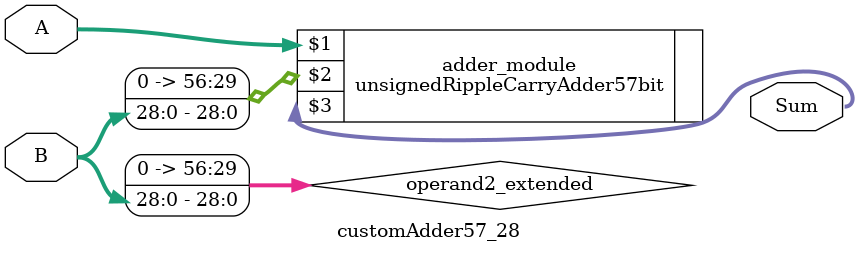
<source format=v>
module customAdder57_28(
                        input [56 : 0] A,
                        input [28 : 0] B,
                        
                        output [57 : 0] Sum
                );

        wire [56 : 0] operand2_extended;
        
        assign operand2_extended =  {28'b0, B};
        
        unsignedRippleCarryAdder57bit adder_module(
            A,
            operand2_extended,
            Sum
        );
        
        endmodule
        
</source>
